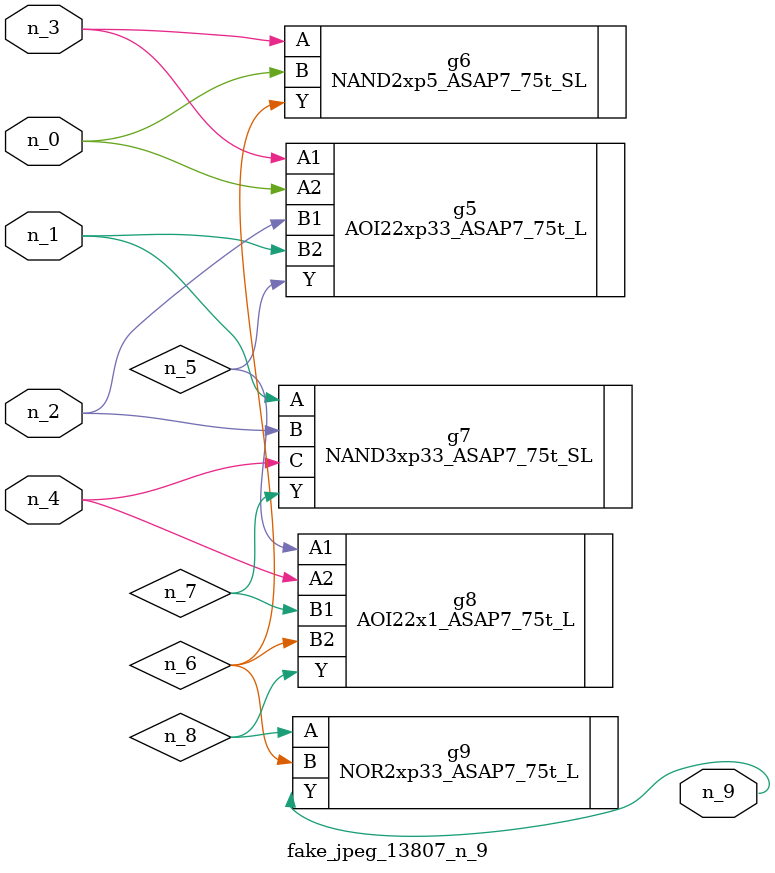
<source format=v>
module fake_jpeg_13807_n_9 (n_3, n_2, n_1, n_0, n_4, n_9);

input n_3;
input n_2;
input n_1;
input n_0;
input n_4;

output n_9;

wire n_8;
wire n_6;
wire n_5;
wire n_7;

AOI22xp33_ASAP7_75t_L g5 ( 
.A1(n_3),
.A2(n_0),
.B1(n_2),
.B2(n_1),
.Y(n_5)
);

NAND2xp5_ASAP7_75t_SL g6 ( 
.A(n_3),
.B(n_0),
.Y(n_6)
);

NAND3xp33_ASAP7_75t_SL g7 ( 
.A(n_1),
.B(n_2),
.C(n_4),
.Y(n_7)
);

AOI22x1_ASAP7_75t_L g8 ( 
.A1(n_5),
.A2(n_4),
.B1(n_7),
.B2(n_6),
.Y(n_8)
);

NOR2xp33_ASAP7_75t_L g9 ( 
.A(n_8),
.B(n_6),
.Y(n_9)
);


endmodule
</source>
